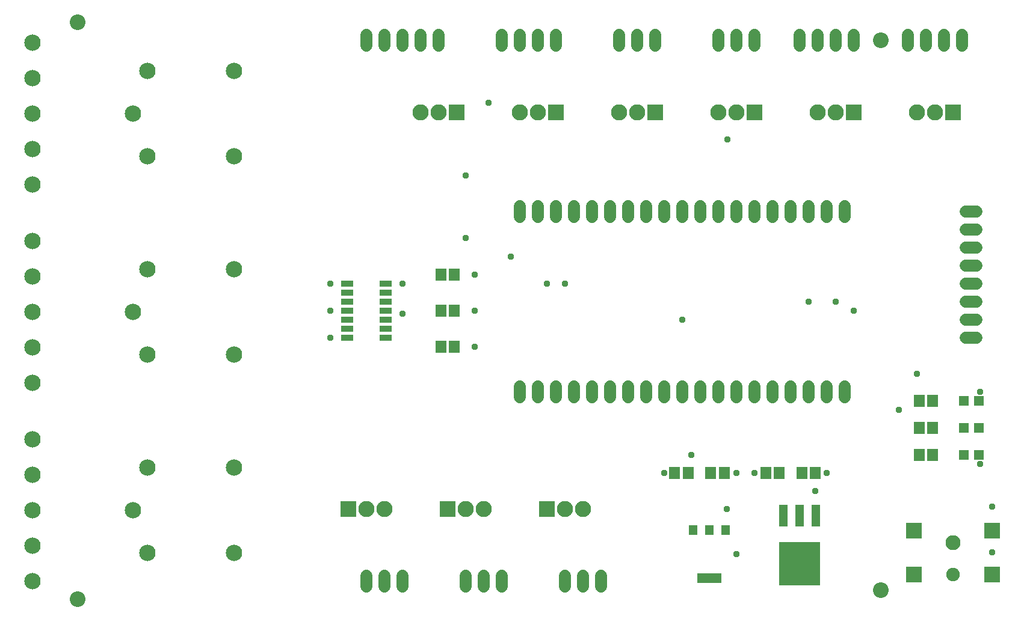
<source format=gbr>
G04 EAGLE Gerber RS-274X export*
G75*
%MOMM*%
%FSLAX34Y34*%
%LPD*%
%INSoldermask Top*%
%IPPOS*%
%AMOC8*
5,1,8,0,0,1.08239X$1,22.5*%
G01*
%ADD10C,2.203200*%
%ADD11R,1.503200X1.703200*%
%ADD12R,1.153200X1.453200*%
%ADD13R,3.403200X1.453200*%
%ADD14R,1.203200X3.053200*%
%ADD15R,5.753200X6.153200*%
%ADD16R,1.753200X0.903200*%
%ADD17C,2.303200*%
%ADD18R,2.203200X2.203200*%
%ADD19C,1.903200*%
%ADD20C,2.103200*%
%ADD21C,1.727200*%
%ADD22R,1.403200X1.403200*%
%ADD23R,2.273200X2.273200*%
%ADD24C,2.273200*%
%ADD25R,1.503200X1.803200*%
%ADD26C,0.959600*%


D10*
X127000Y838200D03*
X127000Y25400D03*
X1257300Y38100D03*
X1257300Y812800D03*
D11*
X1114400Y203200D03*
X1095400Y203200D03*
X1146200Y203200D03*
X1165200Y203200D03*
X986130Y203200D03*
X967130Y203200D03*
X1017930Y203200D03*
X1036930Y203200D03*
D12*
X1039000Y122900D03*
X1016000Y122900D03*
X993000Y122900D03*
D13*
X1016000Y54900D03*
D14*
X1165900Y143100D03*
X1143000Y143100D03*
X1120100Y143100D03*
D15*
X1143000Y75600D03*
D16*
X506150Y469900D03*
X506150Y457200D03*
X506150Y444500D03*
X506150Y431800D03*
X506150Y419100D03*
X506150Y406400D03*
X506150Y393700D03*
X560650Y393700D03*
X560650Y406400D03*
X560650Y419100D03*
X560650Y431800D03*
X560650Y444500D03*
X560650Y457200D03*
X560650Y469900D03*
D17*
X63500Y330200D03*
X63500Y380200D03*
X63500Y430200D03*
X63500Y480200D03*
X63500Y530200D03*
X63500Y50800D03*
X63500Y100800D03*
X63500Y150800D03*
X63500Y200800D03*
X63500Y250800D03*
X63500Y609600D03*
X63500Y659600D03*
X63500Y709600D03*
X63500Y759600D03*
X63500Y809600D03*
D18*
X1303900Y60690D03*
X1303900Y122190D03*
X1413900Y60690D03*
X1413900Y122190D03*
D19*
X1358900Y60690D03*
D20*
X1358900Y105690D03*
D21*
X723900Y805180D02*
X723900Y820420D01*
X749300Y820420D02*
X749300Y805180D01*
X774700Y805180D02*
X774700Y820420D01*
X800100Y820420D02*
X800100Y805180D01*
X1143000Y805180D02*
X1143000Y820420D01*
X1168400Y820420D02*
X1168400Y805180D01*
X1193800Y805180D02*
X1193800Y820420D01*
X1219200Y820420D02*
X1219200Y805180D01*
X533400Y58420D02*
X533400Y43180D01*
X558800Y43180D02*
X558800Y58420D01*
X584200Y58420D02*
X584200Y43180D01*
X673100Y43180D02*
X673100Y58420D01*
X698500Y58420D02*
X698500Y43180D01*
X723900Y43180D02*
X723900Y58420D01*
X812800Y58420D02*
X812800Y43180D01*
X838200Y43180D02*
X838200Y58420D01*
X863600Y58420D02*
X863600Y43180D01*
X749300Y309880D02*
X749300Y325120D01*
X774700Y325120D02*
X774700Y309880D01*
X800100Y309880D02*
X800100Y325120D01*
X825500Y325120D02*
X825500Y309880D01*
X850900Y309880D02*
X850900Y325120D01*
X876300Y325120D02*
X876300Y309880D01*
X901700Y309880D02*
X901700Y325120D01*
X927100Y325120D02*
X927100Y309880D01*
X952500Y309880D02*
X952500Y325120D01*
X977900Y325120D02*
X977900Y309880D01*
X1003300Y309880D02*
X1003300Y325120D01*
X1028700Y325120D02*
X1028700Y309880D01*
X1054100Y309880D02*
X1054100Y325120D01*
X1079500Y325120D02*
X1079500Y309880D01*
X1104900Y309880D02*
X1104900Y325120D01*
X1130300Y325120D02*
X1130300Y309880D01*
X1155700Y309880D02*
X1155700Y325120D01*
X1181100Y325120D02*
X1181100Y309880D01*
X1206500Y309880D02*
X1206500Y325120D01*
X749300Y563880D02*
X749300Y579120D01*
X774700Y579120D02*
X774700Y563880D01*
X800100Y563880D02*
X800100Y579120D01*
X825500Y579120D02*
X825500Y563880D01*
X850900Y563880D02*
X850900Y579120D01*
X876300Y579120D02*
X876300Y563880D01*
X901700Y563880D02*
X901700Y579120D01*
X927100Y579120D02*
X927100Y563880D01*
X952500Y563880D02*
X952500Y579120D01*
X977900Y579120D02*
X977900Y563880D01*
X1003300Y563880D02*
X1003300Y579120D01*
X1028700Y579120D02*
X1028700Y563880D01*
X1054100Y563880D02*
X1054100Y579120D01*
X1079500Y579120D02*
X1079500Y563880D01*
X1104900Y563880D02*
X1104900Y579120D01*
X1130300Y579120D02*
X1130300Y563880D01*
X1155700Y563880D02*
X1155700Y579120D01*
X1181100Y579120D02*
X1181100Y563880D01*
X1206500Y563880D02*
X1206500Y579120D01*
X1376680Y393700D02*
X1391920Y393700D01*
X1391920Y419100D02*
X1376680Y419100D01*
X1376680Y444500D02*
X1391920Y444500D01*
X1391920Y469900D02*
X1376680Y469900D01*
X1376680Y495300D02*
X1391920Y495300D01*
X1391920Y520700D02*
X1376680Y520700D01*
X1376680Y546100D02*
X1391920Y546100D01*
X1391920Y571500D02*
X1376680Y571500D01*
D17*
X347000Y490600D03*
X225000Y490600D03*
X205000Y430600D03*
X225000Y370600D03*
X347000Y370600D03*
X347000Y211200D03*
X225000Y211200D03*
X205000Y151200D03*
X225000Y91200D03*
X347000Y91200D03*
X347000Y770000D03*
X225000Y770000D03*
X205000Y710000D03*
X225000Y650000D03*
X347000Y650000D03*
D22*
X1394800Y304800D03*
X1373800Y304800D03*
X1394800Y266700D03*
X1373800Y266700D03*
D23*
X1079500Y711200D03*
D24*
X1054100Y711200D03*
X1028700Y711200D03*
D23*
X1219200Y711200D03*
D24*
X1193800Y711200D03*
X1168400Y711200D03*
D23*
X1358900Y711200D03*
D24*
X1333500Y711200D03*
X1308100Y711200D03*
D23*
X660400Y711200D03*
D24*
X635000Y711200D03*
X609600Y711200D03*
D23*
X800100Y711200D03*
D24*
X774700Y711200D03*
X749300Y711200D03*
D23*
X939800Y711200D03*
D24*
X914400Y711200D03*
X889000Y711200D03*
D23*
X508000Y152400D03*
D24*
X533400Y152400D03*
X558800Y152400D03*
D23*
X647700Y152400D03*
D24*
X673100Y152400D03*
X698500Y152400D03*
D23*
X787400Y152400D03*
D24*
X812800Y152400D03*
X838200Y152400D03*
D25*
X1311300Y304800D03*
X1330300Y304800D03*
X1311300Y266700D03*
X1330300Y266700D03*
X657200Y482600D03*
X638200Y482600D03*
X657200Y381000D03*
X638200Y381000D03*
X657200Y431800D03*
X638200Y431800D03*
D21*
X889000Y805180D02*
X889000Y820420D01*
X914400Y820420D02*
X914400Y805180D01*
X939800Y805180D02*
X939800Y820420D01*
X1028700Y820420D02*
X1028700Y805180D01*
X1054100Y805180D02*
X1054100Y820420D01*
X1079500Y820420D02*
X1079500Y805180D01*
X635000Y805180D02*
X635000Y820420D01*
X609600Y820420D02*
X609600Y805180D01*
X584200Y805180D02*
X584200Y820420D01*
X558800Y820420D02*
X558800Y805180D01*
X533400Y805180D02*
X533400Y820420D01*
X1295400Y820420D02*
X1295400Y805180D01*
X1320800Y805180D02*
X1320800Y820420D01*
X1346200Y820420D02*
X1346200Y805180D01*
X1371600Y805180D02*
X1371600Y820420D01*
D25*
X1311300Y228600D03*
X1330300Y228600D03*
D22*
X1394800Y228600D03*
X1373800Y228600D03*
D26*
X584200Y469900D03*
X990600Y228600D03*
X1308100Y342900D03*
X1413510Y91440D03*
X1413510Y156210D03*
X685800Y381000D03*
X685800Y431800D03*
X685800Y482600D03*
X482600Y469900D03*
X482600Y393700D03*
X482600Y431800D03*
X584200Y427990D03*
X952500Y203200D03*
X1079500Y203200D03*
X1181100Y203200D03*
X1040740Y152400D03*
X1165200Y177800D03*
X1397000Y215900D03*
X1397000Y317500D03*
X1054100Y203200D03*
X736600Y508000D03*
X787400Y469900D03*
X812800Y469900D03*
X1041400Y673100D03*
X704850Y725170D03*
X673100Y534670D03*
X977900Y419100D03*
X1155700Y444500D03*
X1219200Y431800D03*
X1193800Y444500D03*
X673100Y622300D03*
X1282700Y292100D03*
X1054100Y88900D03*
X1143000Y821690D03*
M02*

</source>
